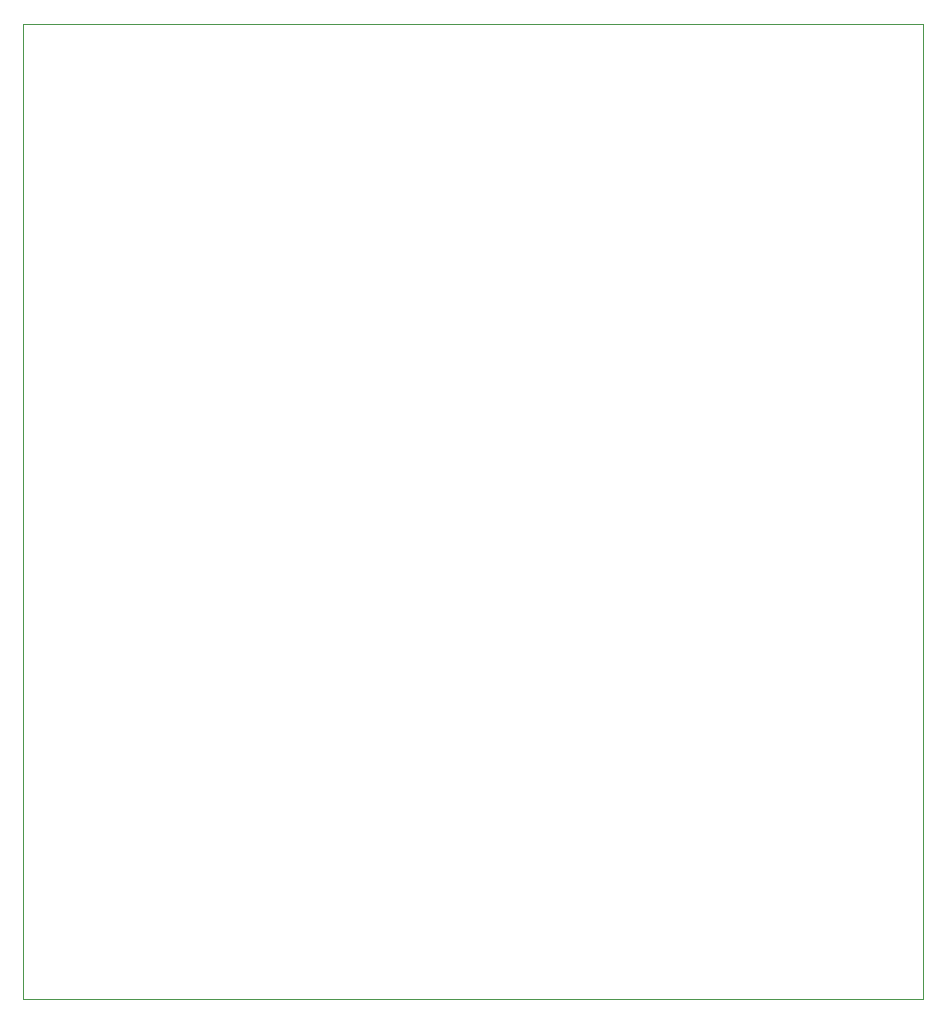
<source format=gm1>
G04 #@! TF.GenerationSoftware,KiCad,Pcbnew,9.0.1*
G04 #@! TF.CreationDate,2025-05-06T23:41:28-04:00*
G04 #@! TF.ProjectId,AltbierProto,416c7462-6965-4725-9072-6f746f2e6b69,rev?*
G04 #@! TF.SameCoordinates,Original*
G04 #@! TF.FileFunction,Profile,NP*
%FSLAX46Y46*%
G04 Gerber Fmt 4.6, Leading zero omitted, Abs format (unit mm)*
G04 Created by KiCad (PCBNEW 9.0.1) date 2025-05-06 23:41:28*
%MOMM*%
%LPD*%
G01*
G04 APERTURE LIST*
G04 #@! TA.AperFunction,Profile*
%ADD10C,0.050000*%
G04 #@! TD*
G04 APERTURE END LIST*
D10*
X103300000Y-50450000D02*
X103300000Y-133000000D01*
X179500000Y-50450000D02*
X103300000Y-50450000D01*
X179500000Y-50450000D02*
X179500000Y-133000000D01*
X179500000Y-133000000D02*
X103300000Y-133000000D01*
M02*

</source>
